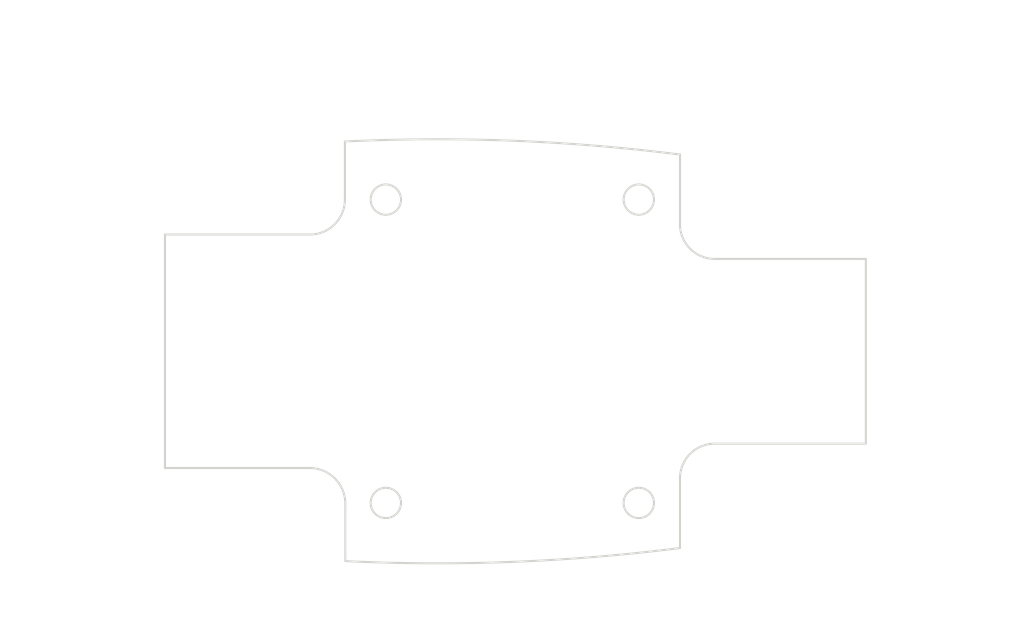
<source format=kicad_pcb>
(kicad_pcb (version 20221018) (generator pcbnew)

  (general
    (thickness 1.6)
  )

  (paper "A4")
  (layers
    (0 "F.Cu" signal)
    (31 "B.Cu" signal)
    (32 "B.Adhes" user "B.Adhesive")
    (33 "F.Adhes" user "F.Adhesive")
    (34 "B.Paste" user)
    (35 "F.Paste" user)
    (36 "B.SilkS" user "B.Silkscreen")
    (37 "F.SilkS" user "F.Silkscreen")
    (38 "B.Mask" user)
    (39 "F.Mask" user)
    (40 "Dwgs.User" user "User.Drawings")
    (41 "Cmts.User" user "User.Comments")
    (42 "Eco1.User" user "User.Eco1")
    (43 "Eco2.User" user "User.Eco2")
    (44 "Edge.Cuts" user)
    (45 "Margin" user)
    (46 "B.CrtYd" user "B.Courtyard")
    (47 "F.CrtYd" user "F.Courtyard")
    (48 "B.Fab" user)
    (49 "F.Fab" user)
  )

  (setup
    (pad_to_mask_clearance 0.051)
    (solder_mask_min_width 0.25)
    (pcbplotparams
      (layerselection 0x00010fc_ffffffff)
      (plot_on_all_layers_selection 0x0000000_00000000)
      (disableapertmacros false)
      (usegerberextensions false)
      (usegerberattributes false)
      (usegerberadvancedattributes false)
      (creategerberjobfile false)
      (dashed_line_dash_ratio 12.000000)
      (dashed_line_gap_ratio 3.000000)
      (svgprecision 4)
      (plotframeref false)
      (viasonmask false)
      (mode 1)
      (useauxorigin false)
      (hpglpennumber 1)
      (hpglpenspeed 20)
      (hpglpendiameter 15.000000)
      (dxfpolygonmode true)
      (dxfimperialunits true)
      (dxfusepcbnewfont true)
      (psnegative false)
      (psa4output false)
      (plotreference true)
      (plotvalue true)
      (plotinvisibletext false)
      (sketchpadsonfab false)
      (subtractmaskfromsilk false)
      (outputformat 1)
      (mirror false)
      (drillshape 1)
      (scaleselection 1)
      (outputdirectory "")
    )
  )

  (net 0 "")

  (gr_line (start 156.516105 131.809288) (end 147.038411 131.809288)
    (stroke (width 0.2) (type solid)) (layer "Dwgs.User") (tstamp 014c3e64-0142-498e-8607-dc23168a8563))
  (gr_line (start 132.016105 120.809288) (end 100.64028 120.809288)
    (stroke (width 0.2) (type solid)) (layer "Dwgs.User") (tstamp 051d2cec-9ed8-43c2-b9c1-64dbb5fb105e))
  (gr_line (start 157.516105 121.309288) (end 157.516105 133.396788)
    (stroke (width 0.2) (type solid)) (layer "Dwgs.User") (tstamp 09d18c7c-1e5b-4a79-b7bf-8ff243a036e0))
  (gr_line (start 169.973382 115.946479) (end 169.973382 119.809288)
    (stroke (width 0.2) (type solid)) (layer "Dwgs.User") (tstamp 12723448-a99b-4435-842e-6e6888e3ed90))
  (gr_line (start 162.087333 125.269927) (end 195.174833 125.269927)
    (stroke (width 0.2) (type solid)) (layer "Dwgs.User") (tstamp 13523430-f091-4848-b3c9-91121a56834c))
  (gr_line (start 108.075015 116.356198) (end 108.075015 107.589577)
    (stroke (width 0.2) (type solid)) (layer "Dwgs.User") (tstamp 14f325e4-4cfd-4a65-878e-ab3848a138b6))
  (gr_line (start 167.411094 92.000742) (end 166.411094 92.000742)
    (stroke (width 0.2) (type solid)) (layer "Dwgs.User") (tstamp 19082320-a710-4654-bab9-65c884909132))
  (gr_line (start 158.016105 120.809288) (end 171.560882 120.809288)
    (stroke (width 0.2) (type solid)) (layer "Dwgs.User") (tstamp 1b092ec9-5a9b-4b14-bc47-695c8b48dce8))
  (gr_line (start 133.516105 131.809288) (end 142.9938 131.809288)
    (stroke (width 0.2) (type solid)) (layer "Dwgs.User") (tstamp 1b42796f-5dec-4a1b-9533-d8038f9de7a2))
  (gr_line (start 110.189823 117.356198) (end 106.487515 117.356198)
    (stroke (width 0.2) (type solid)) (layer "Dwgs.User") (tstamp 1c383e54-64d6-4f40-8362-eca9aea7efae))
  (gr_line (start 110.68982 93.764942) (end 110.68982 71.169048)
    (stroke (width 0.2) (type solid)) (layer "Dwgs.User") (tstamp 25669c30-e927-43a9-b669-4094de2fda7b))
  (gr_line (start 128.471769 84.562857) (end 128.471769 75.169437)
    (stroke (width 0.2) (type solid)) (layer "Dwgs.User") (tstamp 28ac498b-777c-4141-a83b-be8d238e0161))
  (gr_line (start 178.953423 72.756548) (end 147.345084 72.756548)
    (stroke (width 0.2) (type solid)) (layer "Dwgs.User") (tstamp 2aea902f-1350-4ec0-b0c7-cdbb32f81c52))
  (gr_line (start 162.086983 86.353039) (end 195.174833 86.353039)
    (stroke (width 0.2) (type solid)) (layer "Dwgs.User") (tstamp 2b61cb2e-8689-4b23-b552-f0f3eba77781))
  (gr_line (start 127.971769 85.062857) (end 94.814634 85.062857)
    (stroke (width 0.2) (type solid)) (layer "Dwgs.User") (tstamp 2d6d3ab1-fa67-4bd3-a4a7-9527dd32e8e1))
  (gr_line (start 96.402134 86.062857) (end 96.402134 104.034304)
    (stroke (width 0.2) (type solid)) (layer "Dwgs.User") (tstamp 2f2555aa-9876-484c-bfff-0e4f29460d1c))
  (gr_line (start 108.075015 95.264942) (end 108.075015 104.031562)
    (stroke (width 0.2) (type solid)) (layer "Dwgs.User") (tstamp 362a4175-7755-403c-9695-23630ec4717a))
  (gr_line (start 102.22778 91.809288) (end 102.22778 104.03028)
    (stroke (width 0.2) (type solid)) (layer "Dwgs.User") (tstamp 59b7b82f-069f-434f-997c-e50055b34dee))
  (gr_line (start 128.013978 126.563186) (end 94.814634 126.563186)
    (stroke (width 0.2) (type solid)) (layer "Dwgs.User") (tstamp 5ca03de2-7254-4637-b8ab-a7e062f5e444))
  (gr_line (start 148.795583 82.667167) (end 148.709034 84.162158)
    (stroke (width 0.2) (type solid)) (layer "Dwgs.User") (tstamp 6eeb732f-a482-410e-8a8d-d0f0ab41f194))
  (gr_line (start 96.402134 125.563186) (end 96.402134 107.591739)
    (stroke (width 0.2) (type solid)) (layer "Dwgs.User") (tstamp 757d3a6c-3637-4aa9-a8b3-9a40fb69f436))
  (gr_line (start 129.471769 76.756937) (end 148.331959 76.756937)
    (stroke (width 0.2) (type solid)) (layer "Dwgs.User") (tstamp 7b15d356-f6cb-406d-9244-40d29c2707b0))
  (gr_line (start 178.953423 131.809288) (end 170.75678 131.809288)
    (stroke (width 0.2) (type solid)) (layer "Dwgs.User") (tstamp 7e328cce-0977-4356-ba79-04906b73b99c))
  (gr_line (start 166.411094 92.000742) (end 163.203586 94.863014)
    (stroke (width 0.2) (type solid)) (layer "Dwgs.User") (tstamp 86ac4607-e809-4769-b6ab-6f01628df30b))
  (gr_line (start 179.953423 115.446479) (end 179.953423 133.396788)
    (stroke (width 0.2) (type solid)) (layer "Dwgs.User") (tstamp 86b1dc6f-c39a-4f89-b17c-be51e4836c37))
  (gr_line (start 169.973382 123.028601) (end 168.973382 123.028601)
    (stroke (width 0.2) (type solid)) (layer "Dwgs.User") (tstamp 89ea63bd-728f-465a-9cbe-472973d12d2a))
  (gr_line (start 180.453423 114.946479) (end 187.129195 114.946479)
    (stroke (width 0.2) (type solid)) (layer "Dwgs.User") (tstamp 8e1136c6-68da-435f-8a71-37ce7ad1dd9f))
  (gr_line (start 185.541695 113.946479) (end 185.541695 107.589287)
    (stroke (width 0.2) (type solid)) (layer "Dwgs.User") (tstamp 8e81a6ed-fd8a-4217-a89c-1e0fe27e681b))
  (gr_line (start 149.858515 82.667167) (end 148.795583 82.667167)
    (stroke (width 0.2) (type solid)) (layer "Dwgs.User") (tstamp 91a13f01-6e0f-41ec-a557-d2faa71e9ac6))
  (gr_line (start 111.68982 72.756548) (end 143.298153 72.756548)
    (stroke (width 0.2) (type solid)) (layer "Dwgs.User") (tstamp 93c44eaa-0665-4f7d-b8fb-8537ad76c738))
  (gr_line (start 132.016105 90.809288) (end 100.64028 90.809288)
    (stroke (width 0.2) (type solid)) (layer "Dwgs.User") (tstamp 94c0f38f-99ec-4dfa-b41b-3c50b7077af1))
  (gr_line (start 161.586983 85.853039) (end 161.586983 75.169437)
    (stroke (width 0.2) (type solid)) (layer "Dwgs.User") (tstamp a3bfb40e-5a59-43f0-8d10-33b62e880d4b))
  (gr_line (start 157.516105 121.309288) (end 157.516105 133.396788)
    (stroke (width 0.2) (type solid)) (layer "Dwgs.User") (tstamp ad15aa57-f21b-4828-af99-bb79a600205d))
  (gr_line (start 185.541695 97.674661) (end 185.541695 104.031852)
    (stroke (width 0.2) (type solid)) (layer "Dwgs.User") (tstamp b3248c5b-bd5f-45b5-b945-d2bbe41647b8))
  (gr_line (start 180.453423 96.674661) (end 187.129195 96.674661)
    (stroke (width 0.2) (type solid)) (layer "Dwgs.User") (tstamp b466dc40-61d1-452d-ba91-8ba8bfcc29ed))
  (gr_line (start 179.953423 96.174661) (end 179.953423 75.220402)
    (stroke (width 0.2) (type solid)) (layer "Dwgs.User") (tstamp c1fa0cd9-12f8-42a9-bacc-7e294603d99a))
  (gr_line (start 169.973382 120.809288) (end 169.973382 123.028601)
    (stroke (width 0.2) (type solid)) (layer "Dwgs.User") (tstamp c54daad9-4900-401f-9fc8-dbee68f5f957))
  (gr_line (start 110.18982 94.264942) (end 106.487515 94.264942)
    (stroke (width 0.2) (type solid)) (layer "Dwgs.User") (tstamp da460b5f-f5cd-4412-9299-68385ba47164))
  (gr_line (start 158.516105 131.809288) (end 166.712748 131.809288)
    (stroke (width 0.2) (type solid)) (layer "Dwgs.User") (tstamp dc238811-b93e-4c1f-ab60-063ae33d4459))
  (gr_line (start 160.586983 76.756937) (end 152.370772 76.756937)
    (stroke (width 0.2) (type solid)) (layer "Dwgs.User") (tstamp dde7517b-e600-4b02-90c4-6b252039ca9e))
  (gr_line (start 178.953423 76.807902) (end 172.506396 76.807902)
    (stroke (width 0.2) (type solid)) (layer "Dwgs.User") (tstamp e1e1a3a1-c508-4e30-b4f8-04ad2835f86c))
  (gr_line (start 193.587333 124.269927) (end 193.587333 107.590491)
    (stroke (width 0.2) (type solid)) (layer "Dwgs.User") (tstamp e2e0c4e4-bb87-482c-8600-aa7c6e5ae018))
  (gr_line (start 162.586983 76.807902) (end 168.458886 76.807902)
    (stroke (width 0.2) (type solid)) (layer "Dwgs.User") (tstamp e2e70aa8-14d8-480b-b58f-553f4befe4b0))
  (gr_line (start 132.516105 121.309288) (end 132.516105 133.396788)
    (stroke (width 0.2) (type solid)) (layer "Dwgs.User") (tstamp e30c14b4-0286-4ade-bc79-073b3ee1b1c6))
  (gr_line (start 179.953423 96.174661) (end 179.953423 71.169048)
    (stroke (width 0.2) (type solid)) (layer "Dwgs.User") (tstamp e4048b77-f848-4058-a7a5-6e68a6ecb822))
  (gr_line (start 161.586983 85.853039) (end 161.586983 75.220402)
    (stroke (width 0.2) (type solid)) (layer "Dwgs.User") (tstamp ea614b40-b100-43ea-b12c-8538a8de9815))
  (gr_line (start 193.587333 87.353039) (end 193.587333 104.032476)
    (stroke (width 0.2) (type solid)) (layer "Dwgs.User") (tstamp edc1d5d3-f832-4ab3-bff2-b95f123225f7))
  (gr_line (start 102.22778 119.809288) (end 102.22778 107.588295)
    (stroke (width 0.2) (type solid)) (layer "Dwgs.User") (tstamp eff22d6c-dd03-4860-bd57-241440030076))
  (gr_line (start 124.989483 117.356196) (end 110.689823 117.356198)
    (stroke (width 0.2) (type solid)) (layer "Edge.Cuts") (tstamp 0f7229b5-0234-4139-81a2-1bdc78c1b83f))
  (gr_circle (center 132.516105 90.809288) (end 134.016105 90.809288)
    (stroke (width 0.2) (type solid)) (fill none) (layer "Edge.Cuts") (tstamp 28abf593-0303-4856-94a9-4bf88e0a3674))
  (gr_arc (start 165.015697 96.67466) (mid 162.591231 95.670414) (end 161.586984 93.245949)
    (stroke (width 0.2) (type solid)) (layer "Edge.Cuts") (tstamp 2dee2f57-87c1-4797-9973-7927a8a18be4))
  (gr_line (start 165.015696 96.674661) (end 179.953423 96.674661)
    (stroke (width 0.2) (type solid)) (layer "Edge.Cuts") (tstamp 3208d2b3-59ef-4745-b63f-5b442fedf82e))
  (gr_arc (start 124.989483 117.356195) (mid 127.481677 118.388496) (end 128.513978 120.88069)
    (stroke (width 0.2) (type solid)) (layer "Edge.Cuts") (tstamp 3a7d8bd8-d13c-4f0c-8466-c348eaf0f6ec))
  (gr_arc (start 128.47177 90.809281) (mid 127.45963 93.252802) (end 125.016109 94.264942)
    (stroke (width 0.2) (type solid)) (layer "Edge.Cuts") (tstamp 40e7229e-2d57-4fb2-ad9b-1999a377a7da))
  (gr_line (start 110.68982 94.264942) (end 125.016109 94.264942)
    (stroke (width 0.2) (type solid)) (layer "Edge.Cuts") (tstamp 4fdedbb7-ca5a-4451-90cb-18b43bfb133f))
  (gr_line (start 161.587333 118.374842) (end 161.587333 125.269927)
    (stroke (width 0.2) (type solid)) (layer "Edge.Cuts") (tstamp 51c69407-3210-4afa-8386-a7356cf7f647))
  (gr_arc (start 161.587333 125.269927) (mid 145.078796 126.636213) (end 128.513978 126.563186)
    (stroke (width 0.2) (type solid)) (layer "Edge.Cuts") (tstamp 5ee665af-92b9-4066-86d8-6853ff345793))
  (gr_line (start 110.689823 117.356198) (end 110.68982 94.264942)
    (stroke (width 0.2) (type solid)) (layer "Edge.Cuts") (tstamp a26ebb6f-f36f-4c68-a6d4-3b4f971c466f))
  (gr_line (start 179.953423 114.946479) (end 165.015696 114.946479)
    (stroke (width 0.2) (type solid)) (layer "Edge.Cuts") (tstamp a768b0ab-07d6-4b17-b46e-793e55b520e3))
  (gr_circle (center 132.516105 120.809288) (end 134.016105 120.809288)
    (stroke (width 0.2) (type solid)) (fill none) (layer "Edge.Cuts") (tstamp a786e48c-dd49-4d58-af00-086982da2122))
  (gr_line (start 161.586983 86.353039) (end 161.586984 93.245949)
    (stroke (width 0.2) (type solid)) (layer "Edge.Cuts") (tstamp b92cbc54-a43c-4559-9f28-ceb772486dc3))
  (gr_arc (start 161.587333 118.374842) (mid 162.591477 115.950623) (end 165.015696 114.946479)
    (stroke (width 0.2) (type solid)) (layer "Edge.Cuts") (tstamp b9fd0607-2196-4907-84ce-8f92d9cc5d8c))
  (gr_line (start 179.953423 96.674661) (end 179.953423 114.946479)
    (stroke (width 0.2) (type solid)) (layer "Edge.Cuts") (tstamp ca9c7c10-2a19-4a9d-9c9a-5fa3e0286a3c))
  (gr_line (start 128.513978 126.563186) (end 128.513978 120.88069)
    (stroke (width 0.2) (type solid)) (layer "Edge.Cuts") (tstamp ce27703b-ddb9-41d3-891f-3ab92b532104))
  (gr_line (start 128.47177 90.809281) (end 128.471769 85.062857)
    (stroke (width 0.2) (type solid)) (layer "Edge.Cuts") (tstamp da095285-f86c-4ea3-b760-b6ce78458b7c))
  (gr_arc (start 128.471769 85.062856) (mid 145.057485 84.986469) (end 161.586983 86.353039)
    (stroke (width 0.2) (type solid)) (layer "Edge.Cuts") (tstamp e3d98e6a-f803-43c2-8701-792515e91292))
  (gr_circle (center 157.516105 120.809288) (end 159.016105 120.809288)
    (stroke (width 0.2) (type solid)) (fill none) (layer "Edge.Cuts") (tstamp eab95748-41cc-475c-bb77-df332fc2ac68))
  (gr_circle (center 157.516105 90.809288) (end 159.016105 90.809288)
    (stroke (width 0.2) (type solid)) (fill none) (layer "Edge.Cuts") (tstamp f1ed291f-0503-4af0-b220-001e0324bed7))
  (gr_text "[R7.50]" (at 152.639791 83.611897) (layer "Dwgs.User") (tstamp 009f7000-fb5a-45cc-9094-79fdc9a94352)
    (effects (font (size 0.85 0.765) (thickness 0.10625)))
  )
  (gr_text "[.72]" (at 185.541695 106.7553) (layer "Dwgs.User") (tstamp 011af254-9ca5-424f-9c8c-b9050d8aba5f)
    (effects (font (size 0.85 0.765) (thickness 0.10625)))
  )
  (gr_text " 22.44" (at 168.734764 130.982548) (layer "Dwgs.User") (tstamp 0fbfbee2-adb9-464e-ac13-f902962c4d0c)
    (effects (font (size 0.85 0.765) (thickness 0.10625)))
  )
  (gr_text "[2.73]" (at 145.321618 73.701278) (layer "Dwgs.User") (tstamp 1e05aff1-062e-4d65-9016-dc4bd028bbd2)
    (effects (font (size 0.85 0.765) (thickness 0.10625)))
  )
  (gr_text " 25.00" (at 145.016105 130.975301) (layer "Dwgs.User") (tstamp 30846aed-74f1-4260-ae37-cf0656e84513)
    (effects (font (size 0.85 0.765) (thickness 0.10625)))
  )
  (gr_text " 5.86" (at 167.280118 122.194614) (layer "Dwgs.User") (tstamp 44f32abc-d354-42d8-ace3-39f6ac7015be)
    (effects (font (size 0.85 0.765) (thickness 0.10625)))
  )
  (gr_text "[1.18]" (at 102.22778 106.754018) (layer "Dwgs.User") (tstamp 495fec43-2c28-4c1d-9532-e4b4e89d3f05)
    (effects (font (size 0.85 0.765) (thickness 0.10625)))
  )
  (gr_text "[R0.13]" (at 169.64648 92.945472) (layer "Dwgs.User") (tstamp 6409a43b-1064-4182-859e-5b6c3728c17e)
    (effects (font (size 0.85 0.765) (thickness 0.10625)))
  )
  (gr_text " 38.92" (at 193.587333 104.977206) (layer "Dwgs.User") (tstamp 6594f851-2ac6-4cfa-983c-8bbc8740626b)
    (effects (font (size 0.85 0.765) (thickness 0.10625)))
  )
  (gr_text "[1.63]" (at 96.402134 106.757752) (layer "Dwgs.User") (tstamp 6a4a3919-c401-47a3-abb2-81a0a6cb7355)
    (effects (font (size 0.85 0.765) (thickness 0.10625)))
  )
  (gr_text " 33.12" (at 150.351366 75.92266) (layer "Dwgs.User") (tstamp 71b40f7a-f808-4485-9875-8b1fc95386f1)
    (effects (font (size 0.85 0.765) (thickness 0.10625)))
  )
  (gr_text "[.91]" (at 108.075015 106.7553) (layer "Dwgs.User") (tstamp 75dc8dd5-382d-4954-885e-169b4b708f7e)
    (effects (font (size 0.85 0.765) (thickness 0.10625)))
  )
  (gr_text "[1.53]" (at 193.587333 106.756214) (layer "Dwgs.User") (tstamp 83329c5f-313c-4e15-bc01-d7268b9548c3)
    (effects (font (size 0.85 0.765) (thickness 0.10625)))
  )
  (gr_text "[1.30]" (at 150.351366 77.701667) (layer "Dwgs.User") (tstamp 8af2b1d7-b80e-4ce5-a9ed-b51a19b1e30d)
    (effects (font (size 0.85 0.765) (thickness 0.10625)))
  )
  (gr_text " 18.37" (at 170.482641 75.973625) (layer "Dwgs.User") (tstamp 935c035d-0953-413b-aa07-d0fb7675e378)
    (effects (font (size 0.85 0.765) (thickness 0.10625)))
  )
  (gr_text " 30.00" (at 102.22778 104.975011) (layer "Dwgs.User") (tstamp aab367e9-76e3-4ae5-9479-deaf4a45ed74)
    (effects (font (size 0.85 0.765) (thickness 0.10625)))
  )
  (gr_text " 69.26" (at 145.321618 71.922561) (layer "Dwgs.User") (tstamp ab7377b2-e11b-4d66-9c7b-727f154b7e70)
    (effects (font (size 0.85 0.765) (thickness 0.10625)))
  )
  (gr_text " R3.43" (at 169.64648 91.166465) (layer "Dwgs.User") (tstamp b0f0f283-a166-4798-8886-b1e321f14648)
    (effects (font (size 0.85 0.765) (thickness 0.10625)))
  )
  (gr_text "[.23]" (at 167.280118 123.973331) (layer "Dwgs.User") (tstamp bba63f46-a8d1-4fbf-9f58-dcd88a23a760)
    (effects (font (size 0.85 0.765) (thickness 0.10625)))
  )
  (gr_text " 18.27" (at 185.541695 104.976583) (layer "Dwgs.User") (tstamp bbfd3089-0a76-4b39-be00-8c2c2bb50739)
    (effects (font (size 0.85 0.765) (thickness 0.10625)))
  )
  (gr_text " 23.09" (at 108.075015 104.976293) (layer "Dwgs.User") (tstamp bef2dbac-9829-4906-8034-31c5a113e28e)
    (effects (font (size 0.85 0.765) (thickness 0.10625)))
  )
  (gr_text "[.88]" (at 168.734764 132.754018) (layer "Dwgs.User") (tstamp c29e801c-b58d-4285-a7af-2fbf0a6147b6)
    (effects (font (size 0.85 0.765) (thickness 0.10625)))
  )
  (gr_text "[.98]" (at 145.016105 132.754018) (layer "Dwgs.User") (tstamp cdcfc94f-b5a0-45fa-adc7-46cf61968bb7)
    (effects (font (size 0.85 0.765) (thickness 0.10625)))
  )
  (gr_text "[.72]" (at 170.482641 77.752632) (layer "Dwgs.User") (tstamp d823cde5-df73-41c5-804d-ecb34e01ee6a)
    (effects (font (size 0.85 0.765) (thickness 0.10625)))
  )
  (gr_text " R190.50" (at 152.639791 81.83318) (layer "Dwgs.User") (tstamp e7d9d7f8-7bea-41a8-afbe-4e80b4a5a2a6)
    (effects (font (size 0.85 0.765) (thickness 0.10625)))
  )
  (gr_text " 41.50" (at 96.402134 104.979034) (layer "Dwgs.User") (tstamp feda90ef-fba5-4dc6-a320-1755ba72717a)
    (effects (font (size 0.85 0.765) (thickness 0.10625)))
  )

)

</source>
